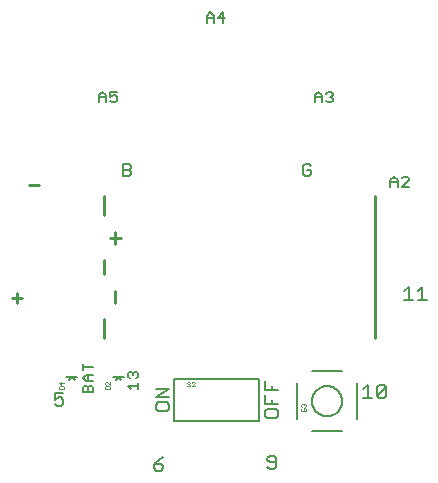
<source format=gbr>
G04 EAGLE Gerber RS-274X export*
G75*
%MOMM*%
%FSLAX34Y34*%
%LPD*%
%INSilkscreen Top*%
%IPPOS*%
%AMOC8*
5,1,8,0,0,1.08239X$1,22.5*%
G01*
%ADD10C,0.127000*%
%ADD11C,0.152400*%
%ADD12C,0.228600*%
%ADD13C,0.203200*%
%ADD14C,0.025400*%
%ADD15C,0.254000*%


D10*
X146945Y67815D02*
X146945Y73747D01*
X149911Y76713D01*
X152877Y73747D01*
X152877Y67815D01*
X152877Y72264D02*
X146945Y72264D01*
X156300Y67815D02*
X162232Y67815D01*
X156300Y67815D02*
X162232Y73747D01*
X162232Y75230D01*
X160749Y76713D01*
X157783Y76713D01*
X156300Y75230D01*
D11*
X162211Y-16712D02*
X158482Y-20441D01*
X162211Y-16712D02*
X162211Y-27898D01*
X165939Y-27898D02*
X158482Y-27898D01*
X170176Y-20441D02*
X173904Y-16712D01*
X173904Y-27898D01*
X170176Y-27898D02*
X177633Y-27898D01*
X127561Y-99362D02*
X123832Y-103091D01*
X127561Y-99362D02*
X127561Y-110548D01*
X131289Y-110548D02*
X123832Y-110548D01*
X135526Y-108684D02*
X135526Y-101227D01*
X137390Y-99362D01*
X141119Y-99362D01*
X142983Y-101227D01*
X142983Y-108684D01*
X141119Y-110548D01*
X137390Y-110548D01*
X135526Y-108684D01*
X142983Y-101227D01*
X44616Y-170818D02*
X42752Y-168954D01*
X44616Y-170818D02*
X48345Y-170818D01*
X50209Y-168954D01*
X50209Y-161497D01*
X48345Y-159632D01*
X44616Y-159632D01*
X42752Y-161497D01*
X42752Y-163361D01*
X44616Y-165225D01*
X50209Y-165225D01*
X-45711Y-160902D02*
X-49440Y-162767D01*
X-53168Y-166495D01*
X-53168Y-170224D01*
X-51304Y-172088D01*
X-47575Y-172088D01*
X-45711Y-170224D01*
X-45711Y-168360D01*
X-47575Y-166495D01*
X-53168Y-166495D01*
D12*
X-165054Y-25644D02*
X-173697Y-25644D01*
X-169375Y-21323D02*
X-169375Y-29966D01*
X-158877Y69856D02*
X-150234Y69856D01*
D11*
X-137438Y-106442D02*
X-129981Y-106442D01*
X-137438Y-106442D02*
X-137438Y-112035D01*
X-133710Y-110171D01*
X-131845Y-110171D01*
X-129981Y-112035D01*
X-129981Y-115764D01*
X-131845Y-117628D01*
X-135574Y-117628D01*
X-137438Y-115764D01*
D13*
X-79684Y77116D02*
X-79684Y87793D01*
X-74345Y87793D01*
X-72566Y86014D01*
X-72566Y84234D01*
X-74345Y82455D01*
X-72566Y80675D01*
X-72566Y78896D01*
X-74345Y77116D01*
X-79684Y77116D01*
X-79684Y82455D02*
X-74345Y82455D01*
X78055Y87793D02*
X79834Y86014D01*
X78055Y87793D02*
X74496Y87793D01*
X72716Y86014D01*
X72716Y78896D01*
X74496Y77116D01*
X78055Y77116D01*
X79834Y78896D01*
X79834Y82455D01*
X76275Y82455D01*
D10*
X83005Y139715D02*
X83005Y145647D01*
X85971Y148613D01*
X88937Y145647D01*
X88937Y139715D01*
X88937Y144164D02*
X83005Y144164D01*
X92360Y147130D02*
X93843Y148613D01*
X96809Y148613D01*
X98292Y147130D01*
X98292Y145647D01*
X96809Y144164D01*
X95326Y144164D01*
X96809Y144164D02*
X98292Y142681D01*
X98292Y141198D01*
X96809Y139715D01*
X93843Y139715D01*
X92360Y141198D01*
X-8435Y207025D02*
X-8435Y212957D01*
X-5469Y215923D01*
X-2503Y212957D01*
X-2503Y207025D01*
X-2503Y211474D02*
X-8435Y211474D01*
X5369Y207025D02*
X5369Y215923D01*
X920Y211474D01*
X6852Y211474D01*
D11*
X-51678Y-116235D02*
X-51678Y-119964D01*
X-49813Y-121828D01*
X-42356Y-121828D01*
X-40492Y-119964D01*
X-40492Y-116235D01*
X-42356Y-114371D01*
X-49813Y-114371D01*
X-51678Y-116235D01*
X-51678Y-110134D02*
X-40492Y-110134D01*
X-40492Y-102677D02*
X-51678Y-110134D01*
X-51678Y-102677D02*
X-40492Y-102677D01*
X40702Y-121775D02*
X40702Y-125504D01*
X42567Y-127368D01*
X50024Y-127368D01*
X51888Y-125504D01*
X51888Y-121775D01*
X50024Y-119911D01*
X42567Y-119911D01*
X40702Y-121775D01*
X40702Y-115674D02*
X51888Y-115674D01*
X40702Y-115674D02*
X40702Y-108217D01*
X46295Y-111946D02*
X46295Y-115674D01*
X51888Y-103980D02*
X40702Y-103980D01*
X40702Y-96523D01*
X46295Y-100252D02*
X46295Y-103980D01*
D10*
X-99875Y139715D02*
X-99875Y145647D01*
X-96909Y148613D01*
X-93943Y145647D01*
X-93943Y139715D01*
X-93943Y144164D02*
X-99875Y144164D01*
X-90520Y148613D02*
X-84588Y148613D01*
X-90520Y148613D02*
X-90520Y144164D01*
X-87554Y145647D01*
X-86071Y145647D01*
X-84588Y144164D01*
X-84588Y141198D01*
X-86071Y139715D01*
X-89037Y139715D01*
X-90520Y141198D01*
D11*
X-104902Y-105918D02*
X-113545Y-105918D01*
X-113545Y-101596D01*
X-112105Y-100156D01*
X-110664Y-100156D01*
X-109224Y-101596D01*
X-107783Y-100156D01*
X-106343Y-100156D01*
X-104902Y-101596D01*
X-104902Y-105918D01*
X-109224Y-105918D02*
X-109224Y-101596D01*
X-110664Y-96563D02*
X-104902Y-96563D01*
X-110664Y-96563D02*
X-113545Y-93682D01*
X-110664Y-90801D01*
X-104902Y-90801D01*
X-109224Y-90801D02*
X-109224Y-96563D01*
X-104902Y-84327D02*
X-113545Y-84327D01*
X-113545Y-87208D02*
X-113545Y-81445D01*
X-75445Y-100497D02*
X-72564Y-103378D01*
X-75445Y-100497D02*
X-66802Y-100497D01*
X-66802Y-103378D02*
X-66802Y-97616D01*
X-74005Y-94023D02*
X-75445Y-92582D01*
X-75445Y-89701D01*
X-74005Y-88261D01*
X-72564Y-88261D01*
X-71124Y-89701D01*
X-71124Y-91142D01*
X-71124Y-89701D02*
X-69683Y-88261D01*
X-68243Y-88261D01*
X-66802Y-89701D01*
X-66802Y-92582D01*
X-68243Y-94023D01*
D13*
X-78830Y-92700D02*
X-83430Y-92700D01*
X-88030Y-92700D01*
X-83430Y-92700D02*
X-81092Y-95800D01*
X-83684Y-92854D02*
X-85614Y-95800D01*
D14*
X-90542Y-103163D02*
X-94355Y-103163D01*
X-90542Y-103163D02*
X-90542Y-101256D01*
X-91178Y-100621D01*
X-93720Y-100621D01*
X-94355Y-101256D01*
X-94355Y-103163D01*
X-90542Y-99421D02*
X-90542Y-96879D01*
X-90542Y-99421D02*
X-93084Y-96879D01*
X-93720Y-96879D01*
X-94355Y-97514D01*
X-94355Y-98785D01*
X-93720Y-99421D01*
D13*
X-36000Y-94900D02*
X-36000Y-129900D01*
X36000Y-129900D01*
X36000Y-94900D01*
X-36000Y-94900D01*
D14*
X-23366Y-97030D02*
X-22731Y-97665D01*
X-23366Y-97030D02*
X-24637Y-97030D01*
X-25273Y-97665D01*
X-25273Y-98301D01*
X-24637Y-98936D01*
X-23366Y-98936D01*
X-22731Y-99572D01*
X-22731Y-100207D01*
X-23366Y-100843D01*
X-24637Y-100843D01*
X-25273Y-100207D01*
X-21531Y-100843D02*
X-18989Y-100843D01*
X-21531Y-100843D02*
X-18989Y-98301D01*
X-18989Y-97665D01*
X-19624Y-97030D01*
X-20895Y-97030D01*
X-21531Y-97665D01*
D13*
X-118200Y-92700D02*
X-122800Y-92700D01*
X-127400Y-92700D01*
X-122800Y-92700D02*
X-120462Y-95800D01*
X-123054Y-92854D02*
X-124984Y-95800D01*
D14*
X-129912Y-103163D02*
X-133725Y-103163D01*
X-129912Y-103163D02*
X-129912Y-101256D01*
X-130548Y-100621D01*
X-133090Y-100621D01*
X-133725Y-101256D01*
X-133725Y-103163D01*
X-133725Y-97514D02*
X-129912Y-97514D01*
X-131819Y-99421D02*
X-133725Y-97514D01*
X-131819Y-96879D02*
X-131819Y-99421D01*
D13*
X80500Y-138600D02*
X105600Y-138600D01*
X67800Y-128600D02*
X67800Y-97800D01*
X80800Y-87800D02*
X105600Y-87800D01*
X118600Y-97800D02*
X118600Y-128600D01*
X80500Y-113200D02*
X80504Y-112888D01*
X80515Y-112577D01*
X80534Y-112266D01*
X80561Y-111955D01*
X80596Y-111645D01*
X80637Y-111337D01*
X80687Y-111029D01*
X80744Y-110722D01*
X80809Y-110417D01*
X80881Y-110114D01*
X80960Y-109813D01*
X81047Y-109513D01*
X81141Y-109216D01*
X81242Y-108921D01*
X81351Y-108629D01*
X81467Y-108340D01*
X81590Y-108053D01*
X81719Y-107770D01*
X81856Y-107490D01*
X82000Y-107213D01*
X82150Y-106940D01*
X82307Y-106671D01*
X82470Y-106406D01*
X82640Y-106144D01*
X82817Y-105887D01*
X82999Y-105635D01*
X83188Y-105387D01*
X83383Y-105143D01*
X83583Y-104905D01*
X83790Y-104671D01*
X84002Y-104443D01*
X84220Y-104220D01*
X84443Y-104002D01*
X84671Y-103790D01*
X84905Y-103583D01*
X85143Y-103383D01*
X85387Y-103188D01*
X85635Y-102999D01*
X85887Y-102817D01*
X86144Y-102640D01*
X86406Y-102470D01*
X86671Y-102307D01*
X86940Y-102150D01*
X87213Y-102000D01*
X87490Y-101856D01*
X87770Y-101719D01*
X88053Y-101590D01*
X88340Y-101467D01*
X88629Y-101351D01*
X88921Y-101242D01*
X89216Y-101141D01*
X89513Y-101047D01*
X89813Y-100960D01*
X90114Y-100881D01*
X90417Y-100809D01*
X90722Y-100744D01*
X91029Y-100687D01*
X91337Y-100637D01*
X91645Y-100596D01*
X91955Y-100561D01*
X92266Y-100534D01*
X92577Y-100515D01*
X92888Y-100504D01*
X93200Y-100500D01*
X93512Y-100504D01*
X93823Y-100515D01*
X94134Y-100534D01*
X94445Y-100561D01*
X94755Y-100596D01*
X95063Y-100637D01*
X95371Y-100687D01*
X95678Y-100744D01*
X95983Y-100809D01*
X96286Y-100881D01*
X96587Y-100960D01*
X96887Y-101047D01*
X97184Y-101141D01*
X97479Y-101242D01*
X97771Y-101351D01*
X98060Y-101467D01*
X98347Y-101590D01*
X98630Y-101719D01*
X98910Y-101856D01*
X99187Y-102000D01*
X99460Y-102150D01*
X99729Y-102307D01*
X99994Y-102470D01*
X100256Y-102640D01*
X100513Y-102817D01*
X100765Y-102999D01*
X101013Y-103188D01*
X101257Y-103383D01*
X101495Y-103583D01*
X101729Y-103790D01*
X101957Y-104002D01*
X102180Y-104220D01*
X102398Y-104443D01*
X102610Y-104671D01*
X102817Y-104905D01*
X103017Y-105143D01*
X103212Y-105387D01*
X103401Y-105635D01*
X103583Y-105887D01*
X103760Y-106144D01*
X103930Y-106406D01*
X104093Y-106671D01*
X104250Y-106940D01*
X104400Y-107213D01*
X104544Y-107490D01*
X104681Y-107770D01*
X104810Y-108053D01*
X104933Y-108340D01*
X105049Y-108629D01*
X105158Y-108921D01*
X105259Y-109216D01*
X105353Y-109513D01*
X105440Y-109813D01*
X105519Y-110114D01*
X105591Y-110417D01*
X105656Y-110722D01*
X105713Y-111029D01*
X105763Y-111337D01*
X105804Y-111645D01*
X105839Y-111955D01*
X105866Y-112266D01*
X105885Y-112577D01*
X105896Y-112888D01*
X105900Y-113200D01*
X105896Y-113512D01*
X105885Y-113823D01*
X105866Y-114134D01*
X105839Y-114445D01*
X105804Y-114755D01*
X105763Y-115063D01*
X105713Y-115371D01*
X105656Y-115678D01*
X105591Y-115983D01*
X105519Y-116286D01*
X105440Y-116587D01*
X105353Y-116887D01*
X105259Y-117184D01*
X105158Y-117479D01*
X105049Y-117771D01*
X104933Y-118060D01*
X104810Y-118347D01*
X104681Y-118630D01*
X104544Y-118910D01*
X104400Y-119187D01*
X104250Y-119460D01*
X104093Y-119729D01*
X103930Y-119994D01*
X103760Y-120256D01*
X103583Y-120513D01*
X103401Y-120765D01*
X103212Y-121013D01*
X103017Y-121257D01*
X102817Y-121495D01*
X102610Y-121729D01*
X102398Y-121957D01*
X102180Y-122180D01*
X101957Y-122398D01*
X101729Y-122610D01*
X101495Y-122817D01*
X101257Y-123017D01*
X101013Y-123212D01*
X100765Y-123401D01*
X100513Y-123583D01*
X100256Y-123760D01*
X99994Y-123930D01*
X99729Y-124093D01*
X99460Y-124250D01*
X99187Y-124400D01*
X98910Y-124544D01*
X98630Y-124681D01*
X98347Y-124810D01*
X98060Y-124933D01*
X97771Y-125049D01*
X97479Y-125158D01*
X97184Y-125259D01*
X96887Y-125353D01*
X96587Y-125440D01*
X96286Y-125519D01*
X95983Y-125591D01*
X95678Y-125656D01*
X95371Y-125713D01*
X95063Y-125763D01*
X94755Y-125804D01*
X94445Y-125839D01*
X94134Y-125866D01*
X93823Y-125885D01*
X93512Y-125896D01*
X93200Y-125900D01*
X92888Y-125896D01*
X92577Y-125885D01*
X92266Y-125866D01*
X91955Y-125839D01*
X91645Y-125804D01*
X91337Y-125763D01*
X91029Y-125713D01*
X90722Y-125656D01*
X90417Y-125591D01*
X90114Y-125519D01*
X89813Y-125440D01*
X89513Y-125353D01*
X89216Y-125259D01*
X88921Y-125158D01*
X88629Y-125049D01*
X88340Y-124933D01*
X88053Y-124810D01*
X87770Y-124681D01*
X87490Y-124544D01*
X87213Y-124400D01*
X86940Y-124250D01*
X86671Y-124093D01*
X86406Y-123930D01*
X86144Y-123760D01*
X85887Y-123583D01*
X85635Y-123401D01*
X85387Y-123212D01*
X85143Y-123017D01*
X84905Y-122817D01*
X84671Y-122610D01*
X84443Y-122398D01*
X84220Y-122180D01*
X84002Y-121957D01*
X83790Y-121729D01*
X83583Y-121495D01*
X83383Y-121257D01*
X83188Y-121013D01*
X82999Y-120765D01*
X82817Y-120513D01*
X82640Y-120256D01*
X82470Y-119994D01*
X82307Y-119729D01*
X82150Y-119460D01*
X82000Y-119187D01*
X81856Y-118910D01*
X81719Y-118630D01*
X81590Y-118347D01*
X81467Y-118060D01*
X81351Y-117771D01*
X81242Y-117479D01*
X81141Y-117184D01*
X81047Y-116887D01*
X80960Y-116587D01*
X80881Y-116286D01*
X80809Y-115983D01*
X80744Y-115678D01*
X80687Y-115371D01*
X80637Y-115063D01*
X80596Y-114755D01*
X80561Y-114445D01*
X80534Y-114134D01*
X80515Y-113823D01*
X80504Y-113512D01*
X80500Y-113200D01*
D14*
X72115Y-119421D02*
X71480Y-120056D01*
X71480Y-121327D01*
X72115Y-121963D01*
X72751Y-121963D01*
X73386Y-121327D01*
X73386Y-120056D01*
X74022Y-119421D01*
X74657Y-119421D01*
X75293Y-120056D01*
X75293Y-121327D01*
X74657Y-121963D01*
X72115Y-118221D02*
X71480Y-117585D01*
X71480Y-116314D01*
X72115Y-115679D01*
X72751Y-115679D01*
X73386Y-116314D01*
X73386Y-116950D01*
X73386Y-116314D02*
X74022Y-115679D01*
X74657Y-115679D01*
X75293Y-116314D01*
X75293Y-117585D01*
X74657Y-118221D01*
D15*
X-80950Y25000D02*
X-90950Y25000D01*
X-85950Y-20000D02*
X-85950Y-30000D01*
X-85950Y20000D02*
X-85950Y30000D01*
X-95950Y-44140D02*
X-95950Y-60000D01*
X-95950Y44140D02*
X-95950Y60000D01*
X-95950Y5860D02*
X-95950Y-6000D01*
X134050Y-60000D02*
X134050Y60000D01*
M02*

</source>
